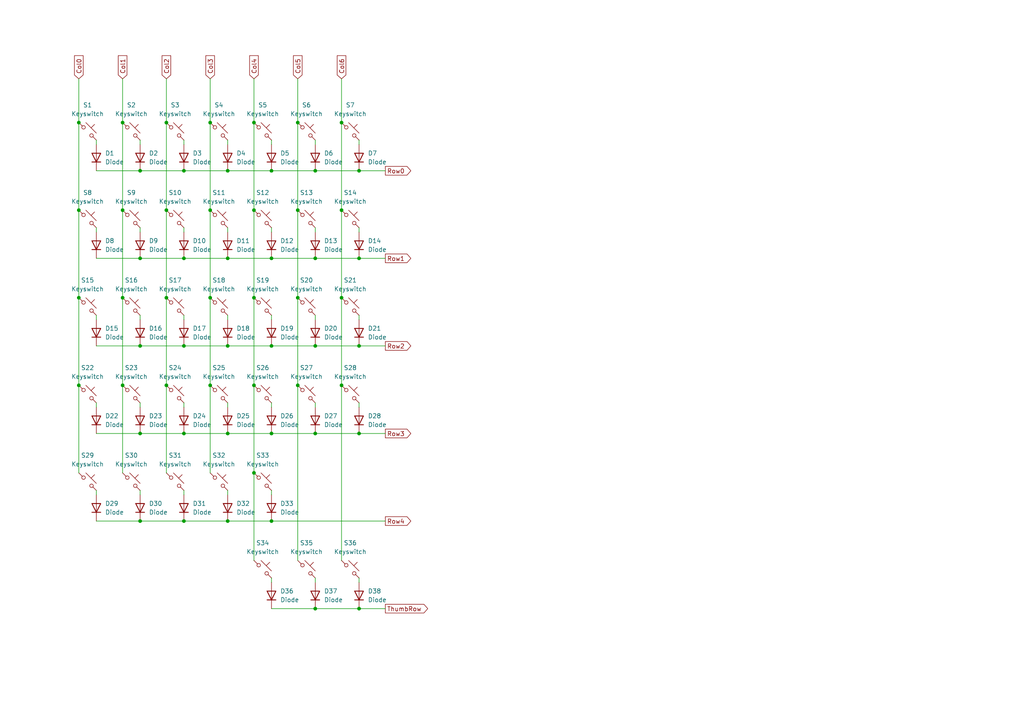
<source format=kicad_sch>
(kicad_sch (version 20250114) (generator "eeschema") (generator_version "9.0")
  (paper "A4")
  (title_block (title "TheFalcon[Left["))
  (lib_symbols
    (symbol "ScottoKeebs:Placeholder_Diode" (pin_numbers (hide yes)) (pin_names (hide yes))
      (property "Reference" "D" (at 0 2.54 0))
      (property "Value" "Diode" (at 0 -2.54 0))
      (symbol "Placeholder_Diode_0_1"
        (polyline (pts (xy -1.27 1.27) (xy -1.27 -1.27)) (stroke (width 0.254)))
        (polyline (pts (xy 1.27 1.27) (xy 1.27 -1.27) (xy -1.27 0) (xy 1.27 1.27)) (stroke (width 0.254)))
        (polyline (pts (xy 1.27 0) (xy -1.27 0)))
      )
      (symbol "Placeholder_Diode_1_1"
        (pin passive line (at -3.81 0 0) (length 2.54) (name "K") (number "1"))
        (pin passive line (at 3.81 0 180) (length 2.54) (name "A") (number "2"))
      )
    )
    (symbol "ScottoKeebs:Placeholder_Keyswitch" (pin_numbers (hide yes)) (pin_names (offset 1.016) (hide yes))
      (property "Reference" "S" (at 3.048 1.016 0))
      (property "Value" "Keyswitch" (at 0 -3.81 0))
      (symbol "Placeholder_Keyswitch_0_1"
        (polyline (pts (xy -2.54 2.54) (xy -1.524 1.524) (xy -1.524 1.524)))
        (circle (center -1.1684 1.1684) (radius 0.508))
        (polyline (pts (xy -0.508 2.54) (xy 2.54 -0.508)))
        (polyline (pts (xy 1.016 1.016) (xy 2.032 2.032)))
        (circle (center 1.143 -1.1938) (radius 0.508))
        (polyline (pts (xy 1.524 -1.524) (xy 2.54 -2.54) (xy 2.54 -2.54) (xy 2.54 -2.54)))
        (pin passive line (at -2.54 2.54 0) (length 0) (name "1") (number "1"))
        (pin passive line (at 2.54 -2.54 180) (length 0) (name "2") (number "2"))
      )
    )
  )
  (junction (at 53.34 100.33))
  (junction (at 66.04 100.33))
  (junction (at 53.34 125.73))
  (junction (at 86.36 35.56))
  (junction (at 66.04 74.93))
  (junction (at 99.06 86.36))
  (junction (at 53.34 151.13))
  (junction (at 22.86 60.96))
  (junction (at 35.56 86.36))
  (junction (at 91.44 176.53))
  (junction (at 91.44 125.73))
  (junction (at 78.74 151.13))
  (junction (at 53.34 74.93))
  (junction (at 48.26 86.36))
  (junction (at 91.44 49.53))
  (junction (at 53.34 49.53))
  (junction (at 99.06 35.56))
  (junction (at 86.36 111.76))
  (junction (at 40.64 49.53))
  (junction (at 86.36 60.96))
  (junction (at 60.96 60.96))
  (junction (at 104.14 100.33))
  (junction (at 40.64 125.73))
  (junction (at 73.66 137.16))
  (junction (at 35.56 111.76))
  (junction (at 40.64 74.93))
  (junction (at 86.36 86.36))
  (junction (at 40.64 100.33))
  (junction (at 99.06 111.76))
  (junction (at 48.26 60.96))
  (junction (at 73.66 86.36))
  (junction (at 22.86 86.36))
  (junction (at 104.14 176.53))
  (junction (at 104.14 74.93))
  (junction (at 48.26 111.76))
  (junction (at 40.64 151.13))
  (junction (at 22.86 111.76))
  (junction (at 66.04 125.73))
  (junction (at 60.96 111.76))
  (junction (at 78.74 125.73))
  (junction (at 104.14 49.53))
  (junction (at 48.26 35.56))
  (junction (at 99.06 60.96))
  (junction (at 91.44 100.33))
  (junction (at 73.66 111.76))
  (junction (at 60.96 86.36))
  (junction (at 78.74 100.33))
  (junction (at 73.66 35.56))
  (junction (at 73.66 60.96))
  (junction (at 35.56 60.96))
  (junction (at 35.56 35.56))
  (junction (at 78.74 74.93))
  (junction (at 22.86 35.56))
  (junction (at 91.44 74.93))
  (junction (at 78.74 49.53))
  (junction (at 104.14 125.73))
  (junction (at 66.04 151.13))
  (junction (at 66.04 49.53))
  (junction (at 60.96 35.56))
  (wire (pts (xy 73.66 137.16) (xy 73.66 162.56)))
  (wire (pts (xy 91.44 74.93) (xy 104.14 74.93)))
  (wire (pts (xy 27.94 116.84) (xy 27.94 118.11)))
  (wire (pts (xy 91.44 176.53) (xy 104.14 176.53)))
  (wire (pts (xy 27.94 40.64) (xy 27.94 41.91)))
  (wire (pts (xy 35.56 111.76) (xy 35.56 137.16)))
  (wire (pts (xy 104.14 91.44) (xy 104.14 92.71)))
  (wire (pts (xy 53.34 91.44) (xy 53.34 92.71)))
  (wire (pts (xy 48.26 111.76) (xy 48.26 137.16)))
  (wire (pts (xy 53.34 49.53) (xy 66.04 49.53)))
  (wire (pts (xy 27.94 74.93) (xy 40.64 74.93)))
  (wire (pts (xy 66.04 151.13) (xy 78.74 151.13)))
  (wire (pts (xy 78.74 176.53) (xy 91.44 176.53)))
  (wire (pts (xy 99.06 111.76) (xy 99.06 162.56)))
  (wire (pts (xy 99.06 60.96) (xy 99.06 86.36)))
  (wire (pts (xy 40.64 116.84) (xy 40.64 118.11)))
  (wire (pts (xy 73.66 22.86) (xy 73.66 35.56)))
  (wire (pts (xy 27.94 142.24) (xy 27.94 143.51)))
  (wire (pts (xy 104.14 66.04) (xy 104.14 67.31)))
  (wire (pts (xy 99.06 86.36) (xy 99.06 111.76)))
  (wire (pts (xy 27.94 66.04) (xy 27.94 67.31)))
  (wire (pts (xy 40.64 125.73) (xy 53.34 125.73)))
  (wire (pts (xy 91.44 116.84) (xy 91.44 118.11)))
  (wire (pts (xy 27.94 100.33) (xy 40.64 100.33)))
  (wire (pts (xy 66.04 40.64) (xy 66.04 41.91)))
  (wire (pts (xy 66.04 100.33) (xy 78.74 100.33)))
  (wire (pts (xy 66.04 49.53) (xy 78.74 49.53)))
  (wire (pts (xy 78.74 167.64) (xy 78.74 168.91)))
  (wire (pts (xy 40.64 100.33) (xy 53.34 100.33)))
  (wire (pts (xy 53.34 66.04) (xy 53.34 67.31)))
  (wire (pts (xy 27.94 151.13) (xy 40.64 151.13)))
  (wire (pts (xy 35.56 22.86) (xy 35.56 35.56)))
  (wire (pts (xy 40.64 151.13) (xy 53.34 151.13)))
  (wire (pts (xy 22.86 35.56) (xy 22.86 60.96)))
  (wire (pts (xy 48.26 86.36) (xy 48.26 111.76)))
  (wire (pts (xy 40.64 91.44) (xy 40.64 92.71)))
  (wire (pts (xy 86.36 22.86) (xy 86.36 35.56)))
  (wire (pts (xy 104.14 100.33) (xy 111.76 100.33)))
  (wire (pts (xy 53.34 116.84) (xy 53.34 118.11)))
  (wire (pts (xy 104.14 74.93) (xy 111.76 74.93)))
  (wire (pts (xy 40.64 74.93) (xy 53.34 74.93)))
  (wire (pts (xy 60.96 86.36) (xy 60.96 111.76)))
  (wire (pts (xy 22.86 111.76) (xy 22.86 137.16)))
  (wire (pts (xy 91.44 91.44) (xy 91.44 92.71)))
  (wire (pts (xy 73.66 111.76) (xy 73.66 137.16)))
  (wire (pts (xy 60.96 35.56) (xy 60.96 60.96)))
  (wire (pts (xy 53.34 142.24) (xy 53.34 143.51)))
  (wire (pts (xy 53.34 40.64) (xy 53.34 41.91)))
  (wire (pts (xy 99.06 22.86) (xy 99.06 35.56)))
  (wire (pts (xy 104.14 167.64) (xy 104.14 168.91)))
  (wire (pts (xy 66.04 74.93) (xy 78.74 74.93)))
  (wire (pts (xy 104.14 176.53) (xy 111.76 176.53)))
  (wire (pts (xy 66.04 66.04) (xy 66.04 67.31)))
  (wire (pts (xy 53.34 125.73) (xy 66.04 125.73)))
  (wire (pts (xy 86.36 111.76) (xy 86.36 162.56)))
  (wire (pts (xy 73.66 60.96) (xy 73.66 86.36)))
  (wire (pts (xy 104.14 40.64) (xy 104.14 41.91)))
  (wire (pts (xy 91.44 125.73) (xy 104.14 125.73)))
  (wire (pts (xy 35.56 35.56) (xy 35.56 60.96)))
  (wire (pts (xy 66.04 142.24) (xy 66.04 143.51)))
  (wire (pts (xy 99.06 35.56) (xy 99.06 60.96)))
  (wire (pts (xy 104.14 116.84) (xy 104.14 118.11)))
  (wire (pts (xy 22.86 86.36) (xy 22.86 111.76)))
  (wire (pts (xy 53.34 100.33) (xy 66.04 100.33)))
  (wire (pts (xy 53.34 151.13) (xy 66.04 151.13)))
  (wire (pts (xy 104.14 49.53) (xy 111.76 49.53)))
  (wire (pts (xy 78.74 151.13) (xy 111.76 151.13)))
  (wire (pts (xy 78.74 66.04) (xy 78.74 67.31)))
  (wire (pts (xy 35.56 86.36) (xy 35.56 111.76)))
  (wire (pts (xy 48.26 22.86) (xy 48.26 35.56)))
  (wire (pts (xy 78.74 100.33) (xy 91.44 100.33)))
  (wire (pts (xy 40.64 40.64) (xy 40.64 41.91)))
  (wire (pts (xy 86.36 60.96) (xy 86.36 86.36)))
  (wire (pts (xy 35.56 60.96) (xy 35.56 86.36)))
  (wire (pts (xy 66.04 125.73) (xy 78.74 125.73)))
  (wire (pts (xy 40.64 142.24) (xy 40.64 143.51)))
  (wire (pts (xy 78.74 49.53) (xy 91.44 49.53)))
  (wire (pts (xy 27.94 49.53) (xy 40.64 49.53)))
  (wire (pts (xy 73.66 86.36) (xy 73.66 111.76)))
  (wire (pts (xy 48.26 35.56) (xy 48.26 60.96)))
  (wire (pts (xy 53.34 74.93) (xy 66.04 74.93)))
  (wire (pts (xy 60.96 22.86) (xy 60.96 35.56)))
  (wire (pts (xy 91.44 100.33) (xy 104.14 100.33)))
  (wire (pts (xy 78.74 91.44) (xy 78.74 92.71)))
  (wire (pts (xy 27.94 125.73) (xy 40.64 125.73)))
  (wire (pts (xy 66.04 91.44) (xy 66.04 92.71)))
  (wire (pts (xy 40.64 49.53) (xy 53.34 49.53)))
  (wire (pts (xy 60.96 111.76) (xy 60.96 137.16)))
  (wire (pts (xy 40.64 66.04) (xy 40.64 67.31)))
  (wire (pts (xy 86.36 86.36) (xy 86.36 111.76)))
  (wire (pts (xy 78.74 74.93) (xy 91.44 74.93)))
  (wire (pts (xy 91.44 40.64) (xy 91.44 41.91)))
  (wire (pts (xy 91.44 167.64) (xy 91.44 168.91)))
  (wire (pts (xy 78.74 116.84) (xy 78.74 118.11)))
  (wire (pts (xy 48.26 60.96) (xy 48.26 86.36)))
  (wire (pts (xy 73.66 35.56) (xy 73.66 60.96)))
  (wire (pts (xy 86.36 35.56) (xy 86.36 60.96)))
  (wire (pts (xy 91.44 49.53) (xy 104.14 49.53)))
  (wire (pts (xy 104.14 125.73) (xy 111.76 125.73)))
  (wire (pts (xy 60.96 60.96) (xy 60.96 86.36)))
  (wire (pts (xy 78.74 40.64) (xy 78.74 41.91)))
  (wire (pts (xy 91.44 66.04) (xy 91.44 67.31)))
  (wire (pts (xy 66.04 116.84) (xy 66.04 118.11)))
  (wire (pts (xy 27.94 91.44) (xy 27.94 92.71)))
  (wire (pts (xy 22.86 60.96) (xy 22.86 86.36)))
  (wire (pts (xy 78.74 125.73) (xy 91.44 125.73)))
  (wire (pts (xy 22.86 22.86) (xy 22.86 35.56)))
  (wire (pts (xy 78.74 142.24) (xy 78.74 143.51)))
  (global_label "Col3" (shape input) (at 60.96 22.86 90) (property "Intersheetrefs" "${INTERSHEET_REFS}" (effects (hide yes))))
  (global_label "Col6" (shape input) (at 99.06 22.86 90) (property "Intersheetrefs" "${INTERSHEET_REFS}" (effects (hide yes))))
  (global_label "Row2" (shape output) (at 111.76 100.33 0) (property "Intersheetrefs" "${INTERSHEET_REFS}" (effects (hide yes))))
  (global_label "Col5" (shape input) (at 86.36 22.86 90) (property "Intersheetrefs" "${INTERSHEET_REFS}" (effects (hide yes))))
  (global_label "Col1" (shape input) (at 35.56 22.86 90) (property "Intersheetrefs" "${INTERSHEET_REFS}" (effects (hide yes))))
  (global_label "Col2" (shape input) (at 48.26 22.86 90) (property "Intersheetrefs" "${INTERSHEET_REFS}" (effects (hide yes))))
  (global_label "Col0" (shape input) (at 22.86 22.86 90) (property "Intersheetrefs" "${INTERSHEET_REFS}" (effects (hide yes))))
  (global_label "Row3" (shape output) (at 111.76 125.73 0) (property "Intersheetrefs" "${INTERSHEET_REFS}" (effects (hide yes))))
  (global_label "Col4" (shape input) (at 73.66 22.86 90) (property "Intersheetrefs" "${INTERSHEET_REFS}" (effects (hide yes))))
  (global_label "ThumbRow" (shape output) (at 111.76 176.53 0) (property "Intersheetrefs" "${INTERSHEET_REFS}" (effects (hide yes))))
  (global_label "Row4" (shape output) (at 111.76 151.13 0) (property "Intersheetrefs" "${INTERSHEET_REFS}" (effects (hide yes))))
  (global_label "Row1" (shape output) (at 111.76 74.93 0) (property "Intersheetrefs" "${INTERSHEET_REFS}" (effects (hide yes))))
  (global_label "Row0" (shape output) (at 111.76 49.53 0) (property "Intersheetrefs" "${INTERSHEET_REFS}" (effects (hide yes))))
  (symbol (lib_id "ScottoKeebs:Placeholder_Keyswitch") (at 38.1 114.3 0) (unit 1)
    (property "Reference" "S23" (at 38.1 106.68 0))
    (property "Value" "Keyswitch" (at 38.1 109.22 0))
    (property "Footprint" "Gateron_KS33_Hotswap:Gateron-KS33-Hotswap-1U" (effects (hide yes)))
    (property "Description" "Push button switch, normally open, two pins, 45° tilted" (effects (hide yes)))
  )
  (symbol (lib_id "ScottoKeebs:Placeholder_Keyswitch") (at 76.2 114.3 0) (unit 1)
    (property "Reference" "S26" (at 76.2 106.68 0))
    (property "Value" "Keyswitch" (at 76.2 109.22 0))
    (property "Footprint" "Gateron_KS33_Hotswap:Gateron-KS33-Hotswap-1U" (effects (hide yes)))
    (property "Description" "Push button switch, normally open, two pins, 45° tilted" (effects (hide yes)))
  )
  (symbol (lib_id "ScottoKeebs:Placeholder_Diode") (at 104.14 172.72 90) (unit 1)
    (property "Reference" "D38" (at 106.68 171.4499 90) (effects (justify right)))
    (property "Value" "Diode" (at 106.68 173.9899 90) (effects (justify right)))
    (property "Footprint" "Diode_SMD:D_SOD-123" (effects (hide yes)))
    (property "Description" "1N4148 (DO-35) or 1N4148W (SOD-123)" (effects (hide yes)))
    (property "Sim.Device" "D" (effects (hide yes)))
    (property "Sim.Pins" "1=K 2=A" (effects (hide yes)))
  )
  (symbol (lib_id "ScottoKeebs:Placeholder_Diode") (at 91.44 45.72 90) (unit 1)
    (property "Reference" "D6" (at 93.98 44.4499 90) (effects (justify right)))
    (property "Value" "Diode" (at 93.98 46.9899 90) (effects (justify right)))
    (property "Footprint" "Diode_SMD:D_SOD-123" (effects (hide yes)))
    (property "Description" "1N4148 (DO-35) or 1N4148W (SOD-123)" (effects (hide yes)))
    (property "Sim.Device" "D" (effects (hide yes)))
    (property "Sim.Pins" "1=K 2=A" (effects (hide yes)))
  )
  (symbol (lib_id "ScottoKeebs:Placeholder_Diode") (at 53.34 121.92 90) (unit 1)
    (property "Reference" "D24" (at 55.88 120.6499 90) (effects (justify right)))
    (property "Value" "Diode" (at 55.88 123.1899 90) (effects (justify right)))
    (property "Footprint" "Diode_SMD:D_SOD-123" (effects (hide yes)))
    (property "Description" "1N4148 (DO-35) or 1N4148W (SOD-123)" (effects (hide yes)))
    (property "Sim.Device" "D" (effects (hide yes)))
    (property "Sim.Pins" "1=K 2=A" (effects (hide yes)))
  )
  (symbol (lib_id "ScottoKeebs:Placeholder_Diode") (at 40.64 71.12 90) (unit 1)
    (property "Reference" "D9" (at 43.18 69.8499 90) (effects (justify right)))
    (property "Value" "Diode" (at 43.18 72.3899 90) (effects (justify right)))
    (property "Footprint" "Diode_SMD:D_SOD-123" (effects (hide yes)))
    (property "Description" "1N4148 (DO-35) or 1N4148W (SOD-123)" (effects (hide yes)))
    (property "Sim.Device" "D" (effects (hide yes)))
    (property "Sim.Pins" "1=K 2=A" (effects (hide yes)))
  )
  (symbol (lib_id "ScottoKeebs:Placeholder_Diode") (at 78.74 172.72 90) (unit 1)
    (property "Reference" "D36" (at 81.28 171.4499 90) (effects (justify right)))
    (property "Value" "Diode" (at 81.28 173.9899 90) (effects (justify right)))
    (property "Footprint" "Diode_SMD:D_SOD-123" (effects (hide yes)))
    (property "Description" "1N4148 (DO-35) or 1N4148W (SOD-123)" (effects (hide yes)))
    (property "Sim.Device" "D" (effects (hide yes)))
    (property "Sim.Pins" "1=K 2=A" (effects (hide yes)))
  )
  (symbol (lib_id "ScottoKeebs:Placeholder_Diode") (at 91.44 71.12 90) (unit 1)
    (property "Reference" "D13" (at 93.98 69.8499 90) (effects (justify right)))
    (property "Value" "Diode" (at 93.98 72.3899 90) (effects (justify right)))
    (property "Footprint" "Diode_SMD:D_SOD-123" (effects (hide yes)))
    (property "Description" "1N4148 (DO-35) or 1N4148W (SOD-123)" (effects (hide yes)))
    (property "Sim.Device" "D" (effects (hide yes)))
    (property "Sim.Pins" "1=K 2=A" (effects (hide yes)))
  )
  (symbol (lib_id "ScottoKeebs:Placeholder_Keyswitch") (at 88.9 63.5 0) (unit 1)
    (property "Reference" "S13" (at 88.9 55.88 0))
    (property "Value" "Keyswitch" (at 88.9 58.42 0))
    (property "Footprint" "Gateron_KS33_Hotswap:Gateron-KS33-Hotswap-1U" (effects (hide yes)))
    (property "Description" "Push button switch, normally open, two pins, 45° tilted" (effects (hide yes)))
  )
  (symbol (lib_id "ScottoKeebs:Placeholder_Diode") (at 53.34 71.12 90) (unit 1)
    (property "Reference" "D10" (at 55.88 69.8499 90) (effects (justify right)))
    (property "Value" "Diode" (at 55.88 72.3899 90) (effects (justify right)))
    (property "Footprint" "Diode_SMD:D_SOD-123" (effects (hide yes)))
    (property "Description" "1N4148 (DO-35) or 1N4148W (SOD-123)" (effects (hide yes)))
    (property "Sim.Device" "D" (effects (hide yes)))
    (property "Sim.Pins" "1=K 2=A" (effects (hide yes)))
  )
  (symbol (lib_id "ScottoKeebs:Placeholder_Diode") (at 78.74 147.32 90) (unit 1)
    (property "Reference" "D33" (at 81.28 146.0499 90) (effects (justify right)))
    (property "Value" "Diode" (at 81.28 148.5899 90) (effects (justify right)))
    (property "Footprint" "Diode_SMD:D_SOD-123" (effects (hide yes)))
    (property "Description" "1N4148 (DO-35) or 1N4148W (SOD-123)" (effects (hide yes)))
    (property "Sim.Device" "D" (effects (hide yes)))
    (property "Sim.Pins" "1=K 2=A" (effects (hide yes)))
  )
  (symbol (lib_id "ScottoKeebs:Placeholder_Keyswitch") (at 25.4 139.7 0) (unit 1)
    (property "Reference" "S29" (at 25.4 132.08 0))
    (property "Value" "Keyswitch" (at 25.4 134.62 0))
    (property "Footprint" "Gateron_KS33_Hotswap:Gateron-KS33-Hotswap-1U" (effects (hide yes)))
    (property "Description" "Push button switch, normally open, two pins, 45° tilted" (effects (hide yes)))
  )
  (symbol (lib_id "ScottoKeebs:Placeholder_Keyswitch") (at 25.4 38.1 0) (unit 1)
    (property "Reference" "S1" (at 25.4 30.48 0))
    (property "Value" "Keyswitch" (at 25.4 33.02 0))
    (property "Footprint" "Gateron_KS33_Hotswap:Gateron-KS33-Hotswap-1U" (effects (hide yes)))
    (property "Description" "Push button switch, normally open, two pins, 45° tilted" (effects (hide yes)))
  )
  (symbol (lib_id "ScottoKeebs:Placeholder_Diode") (at 66.04 96.52 90) (unit 1)
    (property "Reference" "D18" (at 68.58 95.2499 90) (effects (justify right)))
    (property "Value" "Diode" (at 68.58 97.7899 90) (effects (justify right)))
    (property "Footprint" "Diode_SMD:D_SOD-123" (effects (hide yes)))
    (property "Description" "1N4148 (DO-35) or 1N4148W (SOD-123)" (effects (hide yes)))
    (property "Sim.Device" "D" (effects (hide yes)))
    (property "Sim.Pins" "1=K 2=A" (effects (hide yes)))
  )
  (symbol (lib_id "ScottoKeebs:Placeholder_Diode") (at 66.04 147.32 90) (unit 1)
    (property "Reference" "D32" (at 68.58 146.0499 90) (effects (justify right)))
    (property "Value" "Diode" (at 68.58 148.5899 90) (effects (justify right)))
    (property "Footprint" "Diode_SMD:D_SOD-123" (effects (hide yes)))
    (property "Description" "1N4148 (DO-35) or 1N4148W (SOD-123)" (effects (hide yes)))
    (property "Sim.Device" "D" (effects (hide yes)))
    (property "Sim.Pins" "1=K 2=A" (effects (hide yes)))
  )
  (symbol (lib_id "ScottoKeebs:Placeholder_Diode") (at 40.64 45.72 90) (unit 1)
    (property "Reference" "D2" (at 43.18 44.4499 90) (effects (justify right)))
    (property "Value" "Diode" (at 43.18 46.9899 90) (effects (justify right)))
    (property "Footprint" "Diode_SMD:D_SOD-123" (effects (hide yes)))
    (property "Description" "1N4148 (DO-35) or 1N4148W (SOD-123)" (effects (hide yes)))
    (property "Sim.Device" "D" (effects (hide yes)))
    (property "Sim.Pins" "1=K 2=A" (effects (hide yes)))
  )
  (symbol (lib_id "ScottoKeebs:Placeholder_Diode") (at 91.44 121.92 90) (unit 1)
    (property "Reference" "D27" (at 93.98 120.6499 90) (effects (justify right)))
    (property "Value" "Diode" (at 93.98 123.1899 90) (effects (justify right)))
    (property "Footprint" "Diode_SMD:D_SOD-123" (effects (hide yes)))
    (property "Description" "1N4148 (DO-35) or 1N4148W (SOD-123)" (effects (hide yes)))
    (property "Sim.Device" "D" (effects (hide yes)))
    (property "Sim.Pins" "1=K 2=A" (effects (hide yes)))
  )
  (symbol (lib_id "ScottoKeebs:Placeholder_Keyswitch") (at 101.6 114.3 0) (unit 1)
    (property "Reference" "S28" (at 101.6 106.68 0))
    (property "Value" "Keyswitch" (at 101.6 109.22 0))
    (property "Footprint" "Gateron_KS33_Hotswap:Gateron-KS33-Hotswap-1U" (effects (hide yes)))
    (property "Description" "Push button switch, normally open, two pins, 45° tilted" (effects (hide yes)))
  )
  (symbol (lib_id "ScottoKeebs:Placeholder_Diode") (at 78.74 45.72 90) (unit 1)
    (property "Reference" "D5" (at 81.28 44.4499 90) (effects (justify right)))
    (property "Value" "Diode" (at 81.28 46.9899 90) (effects (justify right)))
    (property "Footprint" "Diode_SMD:D_SOD-123" (effects (hide yes)))
    (property "Description" "1N4148 (DO-35) or 1N4148W (SOD-123)" (effects (hide yes)))
    (property "Sim.Device" "D" (effects (hide yes)))
    (property "Sim.Pins" "1=K 2=A" (effects (hide yes)))
  )
  (symbol (lib_id "ScottoKeebs:Placeholder_Keyswitch") (at 63.5 139.7 0) (unit 1)
    (property "Reference" "S32" (at 63.5 132.08 0))
    (property "Value" "Keyswitch" (at 63.5 134.62 0))
    (property "Footprint" "Gateron_KS33_Hotswap:Gateron-KS33-Hotswap-1U" (effects (hide yes)))
    (property "Description" "Push button switch, normally open, two pins, 45° tilted" (effects (hide yes)))
  )
  (symbol (lib_id "ScottoKeebs:Placeholder_Diode") (at 53.34 96.52 90) (unit 1)
    (property "Reference" "D17" (at 55.88 95.2499 90) (effects (justify right)))
    (property "Value" "Diode" (at 55.88 97.7899 90) (effects (justify right)))
    (property "Footprint" "Diode_SMD:D_SOD-123" (effects (hide yes)))
    (property "Description" "1N4148 (DO-35) or 1N4148W (SOD-123)" (effects (hide yes)))
    (property "Sim.Device" "D" (effects (hide yes)))
    (property "Sim.Pins" "1=K 2=A" (effects (hide yes)))
  )
  (symbol (lib_id "ScottoKeebs:Placeholder_Diode") (at 40.64 147.32 90) (unit 1)
    (property "Reference" "D30" (at 43.18 146.0499 90) (effects (justify right)))
    (property "Value" "Diode" (at 43.18 148.5899 90) (effects (justify right)))
    (property "Footprint" "Diode_SMD:D_SOD-123" (effects (hide yes)))
    (property "Description" "1N4148 (DO-35) or 1N4148W (SOD-123)" (effects (hide yes)))
    (property "Sim.Device" "D" (effects (hide yes)))
    (property "Sim.Pins" "1=K 2=A" (effects (hide yes)))
  )
  (symbol (lib_id "ScottoKeebs:Placeholder_Keyswitch") (at 76.2 88.9 0) (unit 1)
    (property "Reference" "S19" (at 76.2 81.28 0))
    (property "Value" "Keyswitch" (at 76.2 83.82 0))
    (property "Footprint" "Gateron_KS33_Hotswap:Gateron-KS33-Hotswap-1U" (effects (hide yes)))
    (property "Description" "Push button switch, normally open, two pins, 45° tilted" (effects (hide yes)))
  )
  (symbol (lib_id "ScottoKeebs:Placeholder_Keyswitch") (at 25.4 88.9 0) (unit 1)
    (property "Reference" "S15" (at 25.4 81.28 0))
    (property "Value" "Keyswitch" (at 25.4 83.82 0))
    (property "Footprint" "Gateron_KS33_Hotswap:Gateron-KS33-Hotswap-1U" (effects (hide yes)))
    (property "Description" "Push button switch, normally open, two pins, 45° tilted" (effects (hide yes)))
  )
  (symbol (lib_id "ScottoKeebs:Placeholder_Keyswitch") (at 76.2 139.7 0) (unit 1)
    (property "Reference" "S33" (at 76.2 132.08 0))
    (property "Value" "Keyswitch" (at 76.2 134.62 0))
    (property "Footprint" "Gateron_KS33_Hotswap:Gateron-KS33-Hotswap-1U" (effects (hide yes)))
    (property "Description" "Push button switch, normally open, two pins, 45° tilted" (effects (hide yes)))
  )
  (symbol (lib_id "ScottoKeebs:Placeholder_Diode") (at 104.14 71.12 90) (unit 1)
    (property "Reference" "D14" (at 106.68 69.8499 90) (effects (justify right)))
    (property "Value" "Diode" (at 106.68 72.3899 90) (effects (justify right)))
    (property "Footprint" "Diode_SMD:D_SOD-123" (effects (hide yes)))
    (property "Description" "1N4148 (DO-35) or 1N4148W (SOD-123)" (effects (hide yes)))
    (property "Sim.Device" "D" (effects (hide yes)))
    (property "Sim.Pins" "1=K 2=A" (effects (hide yes)))
  )
  (symbol (lib_id "ScottoKeebs:Placeholder_Diode") (at 78.74 71.12 90) (unit 1)
    (property "Reference" "D12" (at 81.28 69.8499 90) (effects (justify right)))
    (property "Value" "Diode" (at 81.28 72.3899 90) (effects (justify right)))
    (property "Footprint" "Diode_SMD:D_SOD-123" (effects (hide yes)))
    (property "Description" "1N4148 (DO-35) or 1N4148W (SOD-123)" (effects (hide yes)))
    (property "Sim.Device" "D" (effects (hide yes)))
    (property "Sim.Pins" "1=K 2=A" (effects (hide yes)))
  )
  (symbol (lib_id "ScottoKeebs:Placeholder_Keyswitch") (at 88.9 165.1 0) (unit 1)
    (property "Reference" "S35" (at 88.9 157.48 0))
    (property "Value" "Keyswitch" (at 88.9 160.02 0))
    (property "Footprint" "Gateron_KS33_Hotswap:Gateron-KS33-Hotswap-1.5U" (effects (hide yes)))
    (property "Description" "Push button switch, normally open, two pins, 45° tilted" (effects (hide yes)))
  )
  (symbol (lib_id "ScottoKeebs:Placeholder_Keyswitch") (at 25.4 114.3 0) (unit 1)
    (property "Reference" "S22" (at 25.4 106.68 0))
    (property "Value" "Keyswitch" (at 25.4 109.22 0))
    (property "Footprint" "Gateron_KS33_Hotswap:Gateron-KS33-Hotswap-1U" (effects (hide yes)))
    (property "Description" "Push button switch, normally open, two pins, 45° tilted" (effects (hide yes)))
  )
  (symbol (lib_id "ScottoKeebs:Placeholder_Diode") (at 27.94 71.12 90) (unit 1)
    (property "Reference" "D8" (at 30.48 69.8499 90) (effects (justify right)))
    (property "Value" "Diode" (at 30.48 72.3899 90) (effects (justify right)))
    (property "Footprint" "Diode_SMD:D_SOD-123" (effects (hide yes)))
    (property "Description" "1N4148 (DO-35) or 1N4148W (SOD-123)" (effects (hide yes)))
    (property "Sim.Device" "D" (effects (hide yes)))
    (property "Sim.Pins" "1=K 2=A" (effects (hide yes)))
  )
  (symbol (lib_id "ScottoKeebs:Placeholder_Keyswitch") (at 38.1 139.7 0) (unit 1)
    (property "Reference" "S30" (at 38.1 132.08 0))
    (property "Value" "Keyswitch" (at 38.1 134.62 0))
    (property "Footprint" "Gateron_KS33_Hotswap:Gateron-KS33-Hotswap-1U" (effects (hide yes)))
    (property "Description" "Push button switch, normally open, two pins, 45° tilted" (effects (hide yes)))
  )
  (symbol (lib_id "ScottoKeebs:Placeholder_Diode") (at 53.34 45.72 90) (unit 1)
    (property "Reference" "D3" (at 55.88 44.4499 90) (effects (justify right)))
    (property "Value" "Diode" (at 55.88 46.9899 90) (effects (justify right)))
    (property "Footprint" "Diode_SMD:D_SOD-123" (effects (hide yes)))
    (property "Description" "1N4148 (DO-35) or 1N4148W (SOD-123)" (effects (hide yes)))
    (property "Sim.Device" "D" (effects (hide yes)))
    (property "Sim.Pins" "1=K 2=A" (effects (hide yes)))
  )
  (symbol (lib_id "ScottoKeebs:Placeholder_Keyswitch") (at 63.5 63.5 0) (unit 1)
    (property "Reference" "S11" (at 63.5 55.88 0))
    (property "Value" "Keyswitch" (at 63.5 58.42 0))
    (property "Footprint" "Gateron_KS33_Hotswap:Gateron-KS33-Hotswap-1U" (effects (hide yes)))
    (property "Description" "Push button switch, normally open, two pins, 45° tilted" (effects (hide yes)))
  )
  (symbol (lib_id "ScottoKeebs:Placeholder_Diode") (at 27.94 45.72 90) (unit 1)
    (property "Reference" "D1" (at 30.48 44.4499 90) (effects (justify right)))
    (property "Value" "Diode" (at 30.48 46.9899 90) (effects (justify right)))
    (property "Footprint" "Diode_SMD:Nexperia_CFP3_SOD-123W" (effects (hide yes)))
    (property "Description" "1N4148 (DO-35) or 1N4148W (SOD-123)" (effects (hide yes)))
    (property "Sim.Device" "D" (effects (hide yes)))
    (property "Sim.Pins" "1=K 2=A" (effects (hide yes)))
  )
  (symbol (lib_id "ScottoKeebs:Placeholder_Diode") (at 40.64 96.52 90) (unit 1)
    (property "Reference" "D16" (at 43.18 95.2499 90) (effects (justify right)))
    (property "Value" "Diode" (at 43.18 97.7899 90) (effects (justify right)))
    (property "Footprint" "Diode_SMD:D_SOD-123" (effects (hide yes)))
    (property "Description" "1N4148 (DO-35) or 1N4148W (SOD-123)" (effects (hide yes)))
    (property "Sim.Device" "D" (effects (hide yes)))
    (property "Sim.Pins" "1=K 2=A" (effects (hide yes)))
  )
  (symbol (lib_id "ScottoKeebs:Placeholder_Keyswitch") (at 88.9 88.9 0) (unit 1)
    (property "Reference" "S20" (at 88.9 81.28 0))
    (property "Value" "Keyswitch" (at 88.9 83.82 0))
    (property "Footprint" "Gateron_KS33_Hotswap:Gateron-KS33-Hotswap-1U" (effects (hide yes)))
    (property "Description" "Push button switch, normally open, two pins, 45° tilted" (effects (hide yes)))
  )
  (symbol (lib_id "ScottoKeebs:Placeholder_Diode") (at 91.44 96.52 90) (unit 1)
    (property "Reference" "D20" (at 93.98 95.2499 90) (effects (justify right)))
    (property "Value" "Diode" (at 93.98 97.7899 90) (effects (justify right)))
    (property "Footprint" "Diode_SMD:D_SOD-123" (effects (hide yes)))
    (property "Description" "1N4148 (DO-35) or 1N4148W (SOD-123)" (effects (hide yes)))
    (property "Sim.Device" "D" (effects (hide yes)))
    (property "Sim.Pins" "1=K 2=A" (effects (hide yes)))
  )
  (symbol (lib_id "ScottoKeebs:Placeholder_Diode") (at 91.44 172.72 90) (unit 1)
    (property "Reference" "D37" (at 93.98 171.4499 90) (effects (justify right)))
    (property "Value" "Diode" (at 93.98 173.9899 90) (effects (justify right)))
    (property "Footprint" "Diode_SMD:D_SOD-123" (effects (hide yes)))
    (property "Description" "1N4148 (DO-35) or 1N4148W (SOD-123)" (effects (hide yes)))
    (property "Sim.Device" "D" (effects (hide yes)))
    (property "Sim.Pins" "1=K 2=A" (effects (hide yes)))
  )
  (symbol (lib_id "ScottoKeebs:Placeholder_Keyswitch") (at 88.9 38.1 0) (unit 1)
    (property "Reference" "S6" (at 88.9 30.48 0))
    (property "Value" "Keyswitch" (at 88.9 33.02 0))
    (property "Footprint" "Gateron_KS33_Hotswap:Gateron-KS33-Hotswap-1U" (effects (hide yes)))
    (property "Description" "Push button switch, normally open, two pins, 45° tilted" (effects (hide yes)))
  )
  (symbol (lib_id "ScottoKeebs:Placeholder_Keyswitch") (at 101.6 38.1 0) (unit 1)
    (property "Reference" "S7" (at 101.6 30.48 0))
    (property "Value" "Keyswitch" (at 101.6 33.02 0))
    (property "Footprint" "Gateron_KS33_Hotswap:Gateron-KS33-Hotswap-1U" (effects (hide yes)))
    (property "Description" "Push button switch, normally open, two pins, 45° tilted" (effects (hide yes)))
  )
  (symbol (lib_id "ScottoKeebs:Placeholder_Keyswitch") (at 63.5 88.9 0) (unit 1)
    (property "Reference" "S18" (at 63.5 81.28 0))
    (property "Value" "Keyswitch" (at 63.5 83.82 0))
    (property "Footprint" "Gateron_KS33_Hotswap:Gateron-KS33-Hotswap-1U" (effects (hide yes)))
    (property "Description" "Push button switch, normally open, two pins, 45° tilted" (effects (hide yes)))
  )
  (symbol (lib_id "ScottoKeebs:Placeholder_Keyswitch") (at 76.2 63.5 0) (unit 1)
    (property "Reference" "S12" (at 76.2 55.88 0))
    (property "Value" "Keyswitch" (at 76.2 58.42 0))
    (property "Footprint" "Gateron_KS33_Hotswap:Gateron-KS33-Hotswap-1U" (effects (hide yes)))
    (property "Description" "Push button switch, normally open, two pins, 45° tilted" (effects (hide yes)))
  )
  (symbol (lib_id "ScottoKeebs:Placeholder_Keyswitch") (at 50.8 63.5 0) (unit 1)
    (property "Reference" "S10" (at 50.8 55.88 0))
    (property "Value" "Keyswitch" (at 50.8 58.42 0))
    (property "Footprint" "Gateron_KS33_Hotswap:Gateron-KS33-Hotswap-1U" (effects (hide yes)))
    (property "Description" "Push button switch, normally open, two pins, 45° tilted" (effects (hide yes)))
  )
  (symbol (lib_id "ScottoKeebs:Placeholder_Keyswitch") (at 63.5 38.1 0) (unit 1)
    (property "Reference" "S4" (at 63.5 30.48 0))
    (property "Value" "Keyswitch" (at 63.5 33.02 0))
    (property "Footprint" "Gateron_KS33_Hotswap:Gateron-KS33-Hotswap-1U" (effects (hide yes)))
    (property "Description" "Push button switch, normally open, two pins, 45° tilted" (effects (hide yes)))
  )
  (symbol (lib_id "ScottoKeebs:Placeholder_Keyswitch") (at 50.8 38.1 0) (unit 1)
    (property "Reference" "S3" (at 50.8 30.48 0))
    (property "Value" "Keyswitch" (at 50.8 33.02 0))
    (property "Footprint" "Gateron_KS33_Hotswap:Gateron-KS33-Hotswap-1U" (effects (hide yes)))
    (property "Description" "Push button switch, normally open, two pins, 45° tilted" (effects (hide yes)))
  )
  (symbol (lib_id "ScottoKeebs:Placeholder_Keyswitch") (at 101.6 88.9 0) (unit 1)
    (property "Reference" "S21" (at 101.6 81.28 0))
    (property "Value" "Keyswitch" (at 101.6 83.82 0))
    (property "Footprint" "Gateron_KS33_Hotswap:Gateron-KS33-Hotswap-1U" (effects (hide yes)))
    (property "Description" "Push button switch, normally open, two pins, 45° tilted" (effects (hide yes)))
  )
  (symbol (lib_id "ScottoKeebs:Placeholder_Diode") (at 27.94 147.32 90) (unit 1)
    (property "Reference" "D29" (at 30.48 146.0499 90) (effects (justify right)))
    (property "Value" "Diode" (at 30.48 148.5899 90) (effects (justify right)))
    (property "Footprint" "Diode_SMD:D_SOD-123" (effects (hide yes)))
    (property "Description" "1N4148 (DO-35) or 1N4148W (SOD-123)" (effects (hide yes)))
    (property "Sim.Device" "D" (effects (hide yes)))
    (property "Sim.Pins" "1=K 2=A" (effects (hide yes)))
  )
  (symbol (lib_id "ScottoKeebs:Placeholder_Keyswitch") (at 88.9 114.3 0) (unit 1)
    (property "Reference" "S27" (at 88.9 106.68 0))
    (property "Value" "Keyswitch" (at 88.9 109.22 0))
    (property "Footprint" "Gateron_KS33_Hotswap:Gateron-KS33-Hotswap-1U" (effects (hide yes)))
    (property "Description" "Push button switch, normally open, two pins, 45° tilted" (effects (hide yes)))
  )
  (symbol (lib_id "ScottoKeebs:Placeholder_Diode") (at 66.04 121.92 90) (unit 1)
    (property "Reference" "D25" (at 68.58 120.6499 90) (effects (justify right)))
    (property "Value" "Diode" (at 68.58 123.1899 90) (effects (justify right)))
    (property "Footprint" "Diode_SMD:D_SOD-123" (effects (hide yes)))
    (property "Description" "1N4148 (DO-35) or 1N4148W (SOD-123)" (effects (hide yes)))
    (property "Sim.Device" "D" (effects (hide yes)))
    (property "Sim.Pins" "1=K 2=A" (effects (hide yes)))
  )
  (symbol (lib_id "ScottoKeebs:Placeholder_Diode") (at 78.74 121.92 90) (unit 1)
    (property "Reference" "D26" (at 81.28 120.6499 90) (effects (justify right)))
    (property "Value" "Diode" (at 81.28 123.1899 90) (effects (justify right)))
    (property "Footprint" "Diode_SMD:D_SOD-123" (effects (hide yes)))
    (property "Description" "1N4148 (DO-35) or 1N4148W (SOD-123)" (effects (hide yes)))
    (property "Sim.Device" "D" (effects (hide yes)))
    (property "Sim.Pins" "1=K 2=A" (effects (hide yes)))
  )
  (symbol (lib_id "ScottoKeebs:Placeholder_Keyswitch") (at 38.1 38.1 0) (unit 1)
    (property "Reference" "S2" (at 38.1 30.48 0))
    (property "Value" "Keyswitch" (at 38.1 33.02 0))
    (property "Footprint" "Gateron_KS33_Hotswap:Gateron-KS33-Hotswap-1U" (effects (hide yes)))
    (property "Description" "Push button switch, normally open, two pins, 45° tilted" (effects (hide yes)))
  )
  (symbol (lib_id "ScottoKeebs:Placeholder_Keyswitch") (at 38.1 88.9 0) (unit 1)
    (property "Reference" "S16" (at 38.1 81.28 0))
    (property "Value" "Keyswitch" (at 38.1 83.82 0))
    (property "Footprint" "Gateron_KS33_Hotswap:Gateron-KS33-Hotswap-1U" (effects (hide yes)))
    (property "Description" "Push button switch, normally open, two pins, 45° tilted" (effects (hide yes)))
  )
  (symbol (lib_id "ScottoKeebs:Placeholder_Keyswitch") (at 76.2 165.1 0) (unit 1)
    (property "Reference" "S34" (at 76.2 157.48 0))
    (property "Value" "Keyswitch" (at 76.2 160.02 0))
    (property "Footprint" "Gateron_KS33_Hotswap:Gateron-KS33-Hotswap-1U" (effects (hide yes)))
    (property "Description" "Push button switch, normally open, two pins, 45° tilted" (effects (hide yes)))
  )
  (symbol (lib_id "ScottoKeebs:Placeholder_Keyswitch") (at 38.1 63.5 0) (unit 1)
    (property "Reference" "S9" (at 38.1 55.88 0))
    (property "Value" "Keyswitch" (at 38.1 58.42 0))
    (property "Footprint" "Gateron_KS33_Hotswap:Gateron-KS33-Hotswap-1U" (effects (hide yes)))
    (property "Description" "Push button switch, normally open, two pins, 45° tilted" (effects (hide yes)))
  )
  (symbol (lib_id "ScottoKeebs:Placeholder_Diode") (at 40.64 121.92 90) (unit 1)
    (property "Reference" "D23" (at 43.18 120.6499 90) (effects (justify right)))
    (property "Value" "Diode" (at 43.18 123.1899 90) (effects (justify right)))
    (property "Footprint" "Diode_SMD:D_SOD-123" (effects (hide yes)))
    (property "Description" "1N4148 (DO-35) or 1N4148W (SOD-123)" (effects (hide yes)))
    (property "Sim.Device" "D" (effects (hide yes)))
    (property "Sim.Pins" "1=K 2=A" (effects (hide yes)))
  )
  (symbol (lib_id "ScottoKeebs:Placeholder_Diode") (at 66.04 45.72 90) (unit 1)
    (property "Reference" "D4" (at 68.58 44.4499 90) (effects (justify right)))
    (property "Value" "Diode" (at 68.58 46.9899 90) (effects (justify right)))
    (property "Footprint" "Diode_SMD:D_SOD-123" (effects (hide yes)))
    (property "Description" "1N4148 (DO-35) or 1N4148W (SOD-123)" (effects (hide yes)))
    (property "Sim.Device" "D" (effects (hide yes)))
    (property "Sim.Pins" "1=K 2=A" (effects (hide yes)))
  )
  (symbol (lib_id "ScottoKeebs:Placeholder_Diode") (at 104.14 121.92 90) (unit 1)
    (property "Reference" "D28" (at 106.68 120.6499 90) (effects (justify right)))
    (property "Value" "Diode" (at 106.68 123.1899 90) (effects (justify right)))
    (property "Footprint" "Diode_SMD:D_SOD-123" (effects (hide yes)))
    (property "Description" "1N4148 (DO-35) or 1N4148W (SOD-123)" (effects (hide yes)))
    (property "Sim.Device" "D" (effects (hide yes)))
    (property "Sim.Pins" "1=K 2=A" (effects (hide yes)))
  )
  (symbol (lib_id "ScottoKeebs:Placeholder_Keyswitch") (at 101.6 63.5 0) (unit 1)
    (property "Reference" "S14" (at 101.6 55.88 0))
    (property "Value" "Keyswitch" (at 101.6 58.42 0))
    (property "Footprint" "Gateron_KS33_Hotswap:Gateron-KS33-Hotswap-1U" (effects (hide yes)))
    (property "Description" "Push button switch, normally open, two pins, 45° tilted" (effects (hide yes)))
  )
  (symbol (lib_id "ScottoKeebs:Placeholder_Diode") (at 104.14 45.72 90) (unit 1)
    (property "Reference" "D7" (at 106.68 44.4499 90) (effects (justify right)))
    (property "Value" "Diode" (at 106.68 46.9899 90) (effects (justify right)))
    (property "Footprint" "Diode_SMD:D_SOD-123" (effects (hide yes)))
    (property "Description" "1N4148 (DO-35) or 1N4148W (SOD-123)" (effects (hide yes)))
    (property "Sim.Device" "D" (effects (hide yes)))
    (property "Sim.Pins" "1=K 2=A" (effects (hide yes)))
  )
  (symbol (lib_id "ScottoKeebs:Placeholder_Keyswitch") (at 76.2 38.1 0) (unit 1)
    (property "Reference" "S5" (at 76.2 30.48 0))
    (property "Value" "Keyswitch" (at 76.2 33.02 0))
    (property "Footprint" "Gateron_KS33_Hotswap:Gateron-KS33-Hotswap-1U" (effects (hide yes)))
    (property "Description" "Push button switch, normally open, two pins, 45° tilted" (effects (hide yes)))
  )
  (symbol (lib_id "ScottoKeebs:Placeholder_Keyswitch") (at 25.4 63.5 0) (unit 1)
    (property "Reference" "S8" (at 25.4 55.88 0))
    (property "Value" "Keyswitch" (at 25.4 58.42 0))
    (property "Footprint" "Gateron_KS33_Hotswap:Gateron-KS33-Hotswap-1U" (effects (hide yes)))
    (property "Description" "Push button switch, normally open, two pins, 45° tilted" (effects (hide yes)))
  )
  (symbol (lib_id "ScottoKeebs:Placeholder_Diode") (at 78.74 96.52 90) (unit 1)
    (property "Reference" "D19" (at 81.28 95.2499 90) (effects (justify right)))
    (property "Value" "Diode" (at 81.28 97.7899 90) (effects (justify right)))
    (property "Footprint" "Diode_SMD:D_SOD-123" (effects (hide yes)))
    (property "Description" "1N4148 (DO-35) or 1N4148W (SOD-123)" (effects (hide yes)))
    (property "Sim.Device" "D" (effects (hide yes)))
    (property "Sim.Pins" "1=K 2=A" (effects (hide yes)))
  )
  (symbol (lib_id "ScottoKeebs:Placeholder_Keyswitch") (at 50.8 88.9 0) (unit 1)
    (property "Reference" "S17" (at 50.8 81.28 0))
    (property "Value" "Keyswitch" (at 50.8 83.82 0))
    (property "Footprint" "Gateron_KS33_Hotswap:Gateron-KS33-Hotswap-1U" (effects (hide yes)))
    (property "Description" "Push button switch, normally open, two pins, 45° tilted" (effects (hide yes)))
  )
  (symbol (lib_id "ScottoKeebs:Placeholder_Keyswitch") (at 50.8 114.3 0) (unit 1)
    (property "Reference" "S24" (at 50.8 106.68 0))
    (property "Value" "Keyswitch" (at 50.8 109.22 0))
    (property "Footprint" "Gateron_KS33_Hotswap:Gateron-KS33-Hotswap-1U" (effects (hide yes)))
    (property "Description" "Push button switch, normally open, two pins, 45° tilted" (effects (hide yes)))
  )
  (symbol (lib_id "ScottoKeebs:Placeholder_Diode") (at 27.94 96.52 90) (unit 1)
    (property "Reference" "D15" (at 30.48 95.2499 90) (effects (justify right)))
    (property "Value" "Diode" (at 30.48 97.7899 90) (effects (justify right)))
    (property "Footprint" "Diode_SMD:D_SOD-123" (effects (hide yes)))
    (property "Description" "1N4148 (DO-35) or 1N4148W (SOD-123)" (effects (hide yes)))
    (property "Sim.Device" "D" (effects (hide yes)))
    (property "Sim.Pins" "1=K 2=A" (effects (hide yes)))
  )
  (symbol (lib_id "ScottoKeebs:Placeholder_Diode") (at 104.14 96.52 90) (unit 1)
    (property "Reference" "D21" (at 106.68 95.2499 90) (effects (justify right)))
    (property "Value" "Diode" (at 106.68 97.7899 90) (effects (justify right)))
    (property "Footprint" "Diode_SMD:D_SOD-123" (effects (hide yes)))
    (property "Description" "1N4148 (DO-35) or 1N4148W (SOD-123)" (effects (hide yes)))
    (property "Sim.Device" "D" (effects (hide yes)))
    (property "Sim.Pins" "1=K 2=A" (effects (hide yes)))
  )
  (symbol (lib_id "ScottoKeebs:Placeholder_Keyswitch") (at 63.5 114.3 0) (unit 1)
    (property "Reference" "S25" (at 63.5 106.68 0))
    (property "Value" "Keyswitch" (at 63.5 109.22 0))
    (property "Footprint" "Gateron_KS33_Hotswap:Gateron-KS33-Hotswap-1U" (effects (hide yes)))
    (property "Description" "Push button switch, normally open, two pins, 45° tilted" (effects (hide yes)))
  )
  (symbol (lib_id "ScottoKeebs:Placeholder_Keyswitch") (at 101.6 165.1 0) (unit 1)
    (property "Reference" "S36" (at 101.6 157.48 0))
    (property "Value" "Keyswitch" (at 101.6 160.02 0))
    (property "Footprint" "Gateron_KS33_Hotswap:Gateron-KS33-Hotswap-1.5U" (effects (hide yes)))
    (property "Description" "Push button switch, normally open, two pins, 45° tilted" (effects (hide yes)))
  )
  (symbol (lib_id "ScottoKeebs:Placeholder_Diode") (at 27.94 121.92 90) (unit 1)
    (property "Reference" "D22" (at 30.48 120.6499 90) (effects (justify right)))
    (property "Value" "Diode" (at 30.48 123.1899 90) (effects (justify right)))
    (property "Footprint" "Diode_SMD:D_SOD-123" (effects (hide yes)))
    (property "Description" "1N4148 (DO-35) or 1N4148W (SOD-123)" (effects (hide yes)))
    (property "Sim.Device" "D" (effects (hide yes)))
    (property "Sim.Pins" "1=K 2=A" (effects (hide yes)))
  )
  (symbol (lib_id "ScottoKeebs:Placeholder_Keyswitch") (at 50.8 139.7 0) (unit 1)
    (property "Reference" "S31" (at 50.8 132.08 0))
    (property "Value" "Keyswitch" (at 50.8 134.62 0))
    (property "Footprint" "Gateron_KS33_Hotswap:Gateron-KS33-Hotswap-1U" (effects (hide yes)))
    (property "Description" "Push button switch, normally open, two pins, 45° tilted" (effects (hide yes)))
  )
  (symbol (lib_id "ScottoKeebs:Placeholder_Diode") (at 53.34 147.32 90) (unit 1)
    (property "Reference" "D31" (at 55.88 146.0499 90) (effects (justify right)))
    (property "Value" "Diode" (at 55.88 148.5899 90) (effects (justify right)))
    (property "Footprint" "Diode_SMD:D_SOD-123" (effects (hide yes)))
    (property "Description" "1N4148 (DO-35) or 1N4148W (SOD-123)" (effects (hide yes)))
    (property "Sim.Device" "D" (effects (hide yes)))
    (property "Sim.Pins" "1=K 2=A" (effects (hide yes)))
  )
  (symbol (lib_id "ScottoKeebs:Placeholder_Diode") (at 66.04 71.12 90) (unit 1)
    (property "Reference" "D11" (at 68.58 69.8499 90) (effects (justify right)))
    (property "Value" "Diode" (at 68.58 72.3899 90) (effects (justify right)))
    (property "Footprint" "Diode_SMD:D_SOD-123" (effects (hide yes)))
    (property "Description" "1N4148 (DO-35) or 1N4148W (SOD-123)" (effects (hide yes)))
    (property "Sim.Device" "D" (effects (hide yes)))
    (property "Sim.Pins" "1=K 2=A" (effects (hide yes)))
  )
)
</source>
